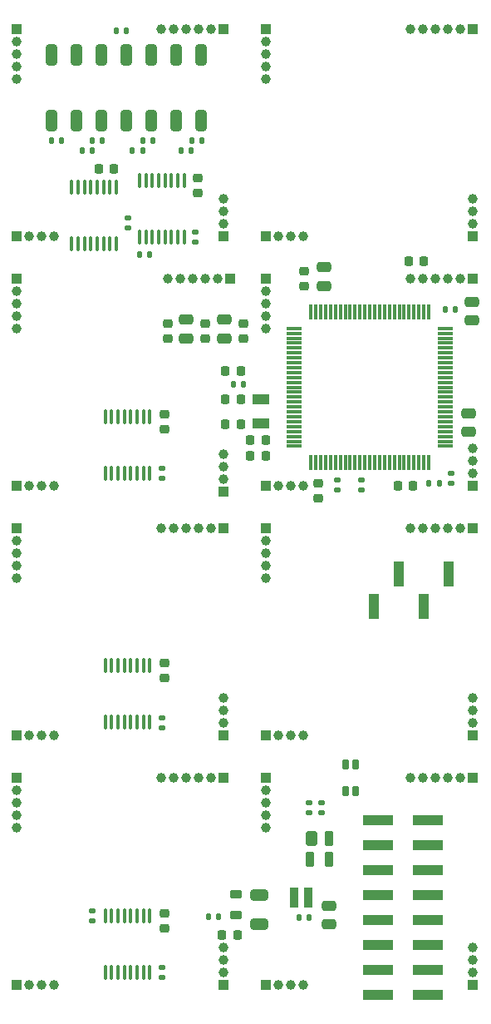
<source format=gbr>
%TF.GenerationSoftware,KiCad,Pcbnew,9.0.5-1.fc42*%
%TF.CreationDate,2025-11-30T23:17:13+01:00*%
%TF.ProjectId,Sub-Board,5375622d-426f-4617-9264-2e6b69636164,1*%
%TF.SameCoordinates,Original*%
%TF.FileFunction,Soldermask,Bot*%
%TF.FilePolarity,Negative*%
%FSLAX46Y46*%
G04 Gerber Fmt 4.6, Leading zero omitted, Abs format (unit mm)*
G04 Created by KiCad (PCBNEW 9.0.5-1.fc42) date 2025-11-30 23:17:13*
%MOMM*%
%LPD*%
G01*
G04 APERTURE LIST*
G04 Aperture macros list*
%AMRoundRect*
0 Rectangle with rounded corners*
0 $1 Rounding radius*
0 $2 $3 $4 $5 $6 $7 $8 $9 X,Y pos of 4 corners*
0 Add a 4 corners polygon primitive as box body*
4,1,4,$2,$3,$4,$5,$6,$7,$8,$9,$2,$3,0*
0 Add four circle primitives for the rounded corners*
1,1,$1+$1,$2,$3*
1,1,$1+$1,$4,$5*
1,1,$1+$1,$6,$7*
1,1,$1+$1,$8,$9*
0 Add four rect primitives between the rounded corners*
20,1,$1+$1,$2,$3,$4,$5,0*
20,1,$1+$1,$4,$5,$6,$7,0*
20,1,$1+$1,$6,$7,$8,$9,0*
20,1,$1+$1,$8,$9,$2,$3,0*%
G04 Aperture macros list end*
%ADD10C,0.010000*%
%ADD11R,1.000000X1.000000*%
%ADD12C,1.000000*%
%ADD13RoundRect,0.225000X0.225000X0.250000X-0.225000X0.250000X-0.225000X-0.250000X0.225000X-0.250000X0*%
%ADD14RoundRect,0.225000X-0.250000X0.225000X-0.250000X-0.225000X0.250000X-0.225000X0.250000X0.225000X0*%
%ADD15RoundRect,0.250000X0.475000X-0.250000X0.475000X0.250000X-0.475000X0.250000X-0.475000X-0.250000X0*%
%ADD16RoundRect,0.135000X0.135000X0.185000X-0.135000X0.185000X-0.135000X-0.185000X0.135000X-0.185000X0*%
%ADD17RoundRect,0.250000X-0.475000X0.250000X-0.475000X-0.250000X0.475000X-0.250000X0.475000X0.250000X0*%
%ADD18RoundRect,0.250000X-0.650000X0.325000X-0.650000X-0.325000X0.650000X-0.325000X0.650000X0.325000X0*%
%ADD19RoundRect,0.135000X-0.135000X-0.185000X0.135000X-0.185000X0.135000X0.185000X-0.135000X0.185000X0*%
%ADD20R,1.000000X2.510000*%
%ADD21RoundRect,0.100000X0.100000X-0.637500X0.100000X0.637500X-0.100000X0.637500X-0.100000X-0.637500X0*%
%ADD22RoundRect,0.120000X0.180000X-0.430000X0.180000X0.430000X-0.180000X0.430000X-0.180000X-0.430000X0*%
%ADD23RoundRect,0.218750X-0.381250X0.218750X-0.381250X-0.218750X0.381250X-0.218750X0.381250X0.218750X0*%
%ADD24RoundRect,0.075000X-0.725000X-0.075000X0.725000X-0.075000X0.725000X0.075000X-0.725000X0.075000X0*%
%ADD25RoundRect,0.075000X-0.075000X-0.725000X0.075000X-0.725000X0.075000X0.725000X-0.075000X0.725000X0*%
%ADD26RoundRect,0.218750X0.218750X0.256250X-0.218750X0.256250X-0.218750X-0.256250X0.218750X-0.256250X0*%
%ADD27RoundRect,0.135000X-0.185000X0.135000X-0.185000X-0.135000X0.185000X-0.135000X0.185000X0.135000X0*%
%ADD28RoundRect,0.135000X0.185000X-0.135000X0.185000X0.135000X-0.185000X0.135000X-0.185000X-0.135000X0*%
%ADD29RoundRect,0.225000X0.250000X-0.225000X0.250000X0.225000X-0.250000X0.225000X-0.250000X-0.225000X0*%
%ADD30R,1.800000X1.000000*%
%ADD31RoundRect,0.250000X-0.310000X0.830000X-0.310000X-0.830000X0.310000X-0.830000X0.310000X0.830000X0*%
%ADD32RoundRect,0.149250X-0.447750X0.572750X-0.447750X-0.572750X0.447750X-0.572750X0.447750X0.572750X0*%
%ADD33RoundRect,0.099250X-0.297750X0.622750X-0.297750X-0.622750X0.297750X-0.622750X0.297750X0.622750X0*%
%ADD34R,3.150000X1.000000*%
G04 APERTURE END LIST*
D10*
%TO.C,U1*%
X132385400Y-133775200D02*
X131625400Y-133775200D01*
X131625400Y-133355200D01*
X132385400Y-133355200D01*
X132385400Y-133775200D01*
G36*
X132385400Y-133775200D02*
G01*
X131625400Y-133775200D01*
X131625400Y-133355200D01*
X132385400Y-133355200D01*
X132385400Y-133775200D01*
G37*
X132385400Y-134275200D02*
X131625400Y-134275200D01*
X131625400Y-133855200D01*
X132385400Y-133855200D01*
X132385400Y-134275200D01*
G36*
X132385400Y-134275200D02*
G01*
X131625400Y-134275200D01*
X131625400Y-133855200D01*
X132385400Y-133855200D01*
X132385400Y-134275200D01*
G37*
X132385400Y-134775200D02*
X131625400Y-134775200D01*
X131625400Y-134355200D01*
X132385400Y-134355200D01*
X132385400Y-134775200D01*
G36*
X132385400Y-134775200D02*
G01*
X131625400Y-134775200D01*
X131625400Y-134355200D01*
X132385400Y-134355200D01*
X132385400Y-134775200D01*
G37*
X132385400Y-135275200D02*
X131625400Y-135275200D01*
X131625400Y-134855200D01*
X132385400Y-134855200D01*
X132385400Y-135275200D01*
G36*
X132385400Y-135275200D02*
G01*
X131625400Y-135275200D01*
X131625400Y-134855200D01*
X132385400Y-134855200D01*
X132385400Y-135275200D01*
G37*
X133855400Y-133775200D02*
X133095400Y-133775200D01*
X133095400Y-133355200D01*
X133855400Y-133355200D01*
X133855400Y-133775200D01*
G36*
X133855400Y-133775200D02*
G01*
X133095400Y-133775200D01*
X133095400Y-133355200D01*
X133855400Y-133355200D01*
X133855400Y-133775200D01*
G37*
X133855400Y-134275200D02*
X133095400Y-134275200D01*
X133095400Y-133855200D01*
X133855400Y-133855200D01*
X133855400Y-134275200D01*
G36*
X133855400Y-134275200D02*
G01*
X133095400Y-134275200D01*
X133095400Y-133855200D01*
X133855400Y-133855200D01*
X133855400Y-134275200D01*
G37*
X133855400Y-134775200D02*
X133095400Y-134775200D01*
X133095400Y-134355200D01*
X133855400Y-134355200D01*
X133855400Y-134775200D01*
G36*
X133855400Y-134775200D02*
G01*
X133095400Y-134775200D01*
X133095400Y-134355200D01*
X133855400Y-134355200D01*
X133855400Y-134775200D01*
G37*
X133855400Y-135275200D02*
X133095400Y-135275200D01*
X133095400Y-134855200D01*
X133855400Y-134855200D01*
X133855400Y-135275200D01*
G36*
X133855400Y-135275200D02*
G01*
X133095400Y-135275200D01*
X133095400Y-134855200D01*
X133855400Y-134855200D01*
X133855400Y-135275200D01*
G37*
%TD*%
D11*
%TO.C,J33*%
X150240000Y-122175000D03*
D12*
X148970000Y-122175000D03*
X147700000Y-122175000D03*
X146430000Y-122175000D03*
X145160000Y-122175000D03*
X143890000Y-122175000D03*
%TD*%
D11*
%TO.C,J31*%
X150240000Y-71375000D03*
D12*
X148970000Y-71375000D03*
X147700000Y-71375000D03*
X146430000Y-71375000D03*
X145160000Y-71375000D03*
X143890000Y-71375000D03*
%TD*%
D11*
%TO.C,J21*%
X103760000Y-122175000D03*
D12*
X103760000Y-123445000D03*
X103760000Y-124715000D03*
X103760000Y-125985000D03*
X103760000Y-127255000D03*
%TD*%
D11*
%TO.C,J4*%
X124840000Y-67055000D03*
D12*
X124840000Y-65785000D03*
X124840000Y-64515000D03*
X124840000Y-63245000D03*
%TD*%
D11*
%TO.C,J12*%
X150240000Y-67055000D03*
D12*
X150240000Y-65785000D03*
X150240000Y-64515000D03*
X150240000Y-63245000D03*
%TD*%
D11*
%TO.C,J25*%
X124840000Y-122175000D03*
D12*
X123570000Y-122175000D03*
X122300000Y-122175000D03*
X121030000Y-122175000D03*
X119760000Y-122175000D03*
X118490000Y-122175000D03*
%TD*%
D11*
%TO.C,J34*%
X129160000Y-143255000D03*
D12*
X130430000Y-143255000D03*
X131700000Y-143255000D03*
X132970000Y-143255000D03*
%TD*%
D11*
%TO.C,J3*%
X103760000Y-45975000D03*
D12*
X103760000Y-47245000D03*
X103760000Y-48515000D03*
X103760000Y-49785000D03*
X103760000Y-51055000D03*
%TD*%
D11*
%TO.C,J10*%
X103760000Y-117855000D03*
D12*
X105030000Y-117855000D03*
X106300000Y-117855000D03*
X107570000Y-117855000D03*
%TD*%
D11*
%TO.C,J29*%
X129160000Y-122175000D03*
D12*
X129160000Y-123445000D03*
X129160000Y-124715000D03*
X129160000Y-125985000D03*
X129160000Y-127255000D03*
%TD*%
D11*
%TO.C,J22*%
X124840000Y-143255000D03*
D12*
X124840000Y-141985000D03*
X124840000Y-140715000D03*
X124840000Y-139445000D03*
%TD*%
D11*
%TO.C,J17*%
X150240000Y-96775000D03*
D12*
X148970000Y-96775000D03*
X147700000Y-96775000D03*
X146430000Y-96775000D03*
X145160000Y-96775000D03*
X143890000Y-96775000D03*
%TD*%
D11*
%TO.C,J18*%
X129160000Y-117855000D03*
D12*
X130430000Y-117855000D03*
X131700000Y-117855000D03*
X132970000Y-117855000D03*
%TD*%
D11*
%TO.C,J30*%
X150240000Y-143255000D03*
D12*
X150240000Y-141985000D03*
X150240000Y-140715000D03*
X150240000Y-139445000D03*
%TD*%
D11*
%TO.C,J28*%
X150240000Y-92455000D03*
D12*
X150240000Y-91185000D03*
X150240000Y-89915000D03*
X150240000Y-88645000D03*
%TD*%
D11*
%TO.C,J19*%
X103760000Y-71375000D03*
D12*
X103760000Y-72645000D03*
X103760000Y-73915000D03*
X103760000Y-75185000D03*
X103760000Y-76455000D03*
%TD*%
D11*
%TO.C,J5*%
X103760000Y-96775000D03*
D12*
X103760000Y-98045000D03*
X103760000Y-99315000D03*
X103760000Y-100585000D03*
X103760000Y-101855000D03*
%TD*%
D11*
%TO.C,J26*%
X103760000Y-143255000D03*
D12*
X105030000Y-143255000D03*
X106300000Y-143255000D03*
X107570000Y-143255000D03*
%TD*%
D11*
%TO.C,J23*%
X125490000Y-71375000D03*
D12*
X124220000Y-71375000D03*
X122950000Y-71375000D03*
X121680000Y-71375000D03*
X120410000Y-71375000D03*
X119140000Y-71375000D03*
%TD*%
D11*
%TO.C,J14*%
X150240000Y-117855000D03*
D12*
X150240000Y-116585000D03*
X150240000Y-115315000D03*
X150240000Y-114045000D03*
%TD*%
D11*
%TO.C,J15*%
X150240000Y-45975000D03*
D12*
X148970000Y-45975000D03*
X147700000Y-45975000D03*
X146430000Y-45975000D03*
X145160000Y-45975000D03*
X143890000Y-45975000D03*
%TD*%
D11*
%TO.C,J32*%
X129160000Y-92455000D03*
D12*
X130430000Y-92455000D03*
X131700000Y-92455000D03*
X132970000Y-92455000D03*
%TD*%
D11*
%TO.C,J9*%
X124840000Y-96775000D03*
D12*
X123570000Y-96775000D03*
X122300000Y-96775000D03*
X121030000Y-96775000D03*
X119760000Y-96775000D03*
X118490000Y-96775000D03*
%TD*%
D11*
%TO.C,J6*%
X124840000Y-117855000D03*
D12*
X124840000Y-116585000D03*
X124840000Y-115315000D03*
X124840000Y-114045000D03*
%TD*%
D11*
%TO.C,J13*%
X129160000Y-96775000D03*
D12*
X129160000Y-98045000D03*
X129160000Y-99315000D03*
X129160000Y-100585000D03*
X129160000Y-101855000D03*
%TD*%
D11*
%TO.C,J11*%
X129160000Y-45975000D03*
D12*
X129160000Y-47245000D03*
X129160000Y-48515000D03*
X129160000Y-49785000D03*
X129160000Y-51055000D03*
%TD*%
D11*
%TO.C,J8*%
X103760000Y-67055000D03*
D12*
X105030000Y-67055000D03*
X106300000Y-67055000D03*
X107570000Y-67055000D03*
%TD*%
D11*
%TO.C,J24*%
X103760000Y-92455000D03*
D12*
X105030000Y-92455000D03*
X106300000Y-92455000D03*
X107570000Y-92455000D03*
%TD*%
D11*
%TO.C,J7*%
X124840000Y-45975000D03*
D12*
X123570000Y-45975000D03*
X122300000Y-45975000D03*
X121030000Y-45975000D03*
X119760000Y-45975000D03*
X118490000Y-45975000D03*
%TD*%
D11*
%TO.C,J27*%
X129160000Y-71375000D03*
D12*
X129160000Y-72645000D03*
X129160000Y-73915000D03*
X129160000Y-75185000D03*
X129160000Y-76455000D03*
%TD*%
D11*
%TO.C,J20*%
X124840000Y-93105000D03*
D12*
X124840000Y-91835000D03*
X124840000Y-90565000D03*
X124840000Y-89295000D03*
%TD*%
D11*
%TO.C,J16*%
X129160000Y-67055000D03*
D12*
X130430000Y-67055000D03*
X131700000Y-67055000D03*
X132970000Y-67055000D03*
%TD*%
D13*
%TO.C,C11*%
X129121400Y-87818600D03*
X127571400Y-87818600D03*
%TD*%
D14*
%TO.C,C6*%
X118872000Y-110477000D03*
X118872000Y-112027000D03*
%TD*%
D15*
%TO.C,C8*%
X124968000Y-77470000D03*
X124968000Y-75570000D03*
%TD*%
D16*
%TO.C,R21*%
X148467000Y-74549000D03*
X147447000Y-74549000D03*
%TD*%
%TO.C,R3*%
X133606000Y-136448800D03*
X132586000Y-136448800D03*
%TD*%
D17*
%TO.C,C23*%
X149860000Y-85095000D03*
X149860000Y-86995000D03*
%TD*%
D18*
%TO.C,C2*%
X128524000Y-134157400D03*
X128524000Y-137107400D03*
%TD*%
D13*
%TO.C,C15*%
X129121400Y-89469600D03*
X127571400Y-89469600D03*
%TD*%
D19*
%TO.C,R13*%
X116269400Y-68908099D03*
X117289400Y-68908099D03*
%TD*%
D20*
%TO.C,J2*%
X147828000Y-101447600D03*
X145288000Y-104757600D03*
X142748000Y-101447600D03*
X140208000Y-104757600D03*
%TD*%
D17*
%TO.C,C1*%
X135585200Y-135194000D03*
X135585200Y-137094000D03*
%TD*%
D21*
%TO.C,U7*%
X117348000Y-141996000D03*
X116698000Y-141996000D03*
X116048000Y-141996000D03*
X115398000Y-141996000D03*
X114748000Y-141996000D03*
X114098000Y-141996000D03*
X113448000Y-141996000D03*
X112798000Y-141996000D03*
X112798000Y-136271000D03*
X113448000Y-136271000D03*
X114098000Y-136271000D03*
X114748000Y-136271000D03*
X115398000Y-136271000D03*
X116048000Y-136271000D03*
X116698000Y-136271000D03*
X117348000Y-136271000D03*
%TD*%
D22*
%TO.C,L1*%
X138295000Y-123524000D03*
X138295000Y-120824000D03*
X137295000Y-120824000D03*
X137295000Y-123524000D03*
%TD*%
D23*
%TO.C,L2*%
X126111000Y-134061900D03*
X126111000Y-136186900D03*
%TD*%
D14*
%TO.C,C22*%
X133096000Y-70631000D03*
X133096000Y-72181000D03*
%TD*%
D24*
%TO.C,U3*%
X132075800Y-88448400D03*
X132075800Y-87948400D03*
X132075800Y-87448399D03*
X132075800Y-86948400D03*
X132075800Y-86448401D03*
X132075800Y-85948400D03*
X132075800Y-85448400D03*
X132075800Y-84948399D03*
X132075800Y-84448400D03*
X132075800Y-83948400D03*
X132075800Y-83448400D03*
X132075800Y-82948400D03*
X132075799Y-82448400D03*
X132075800Y-81948400D03*
X132075800Y-81448400D03*
X132075800Y-80948400D03*
X132075800Y-80448400D03*
X132075800Y-79948401D03*
X132075800Y-79448400D03*
X132075800Y-78948400D03*
X132075800Y-78448399D03*
X132075800Y-77948400D03*
X132075800Y-77448401D03*
X132075800Y-76948400D03*
X132075800Y-76448400D03*
D25*
X133750800Y-74773400D03*
X134250800Y-74773400D03*
X134750801Y-74773400D03*
X135250800Y-74773400D03*
X135750799Y-74773400D03*
X136250800Y-74773400D03*
X136750800Y-74773400D03*
X137250801Y-74773400D03*
X137750800Y-74773400D03*
X138250800Y-74773400D03*
X138750800Y-74773400D03*
X139250800Y-74773400D03*
X139750800Y-74773399D03*
X140250800Y-74773400D03*
X140750800Y-74773400D03*
X141250800Y-74773400D03*
X141750800Y-74773400D03*
X142250799Y-74773400D03*
X142750800Y-74773400D03*
X143250800Y-74773400D03*
X143750801Y-74773400D03*
X144250800Y-74773400D03*
X144750799Y-74773400D03*
X145250800Y-74773400D03*
X145750800Y-74773400D03*
D24*
X147425800Y-76448400D03*
X147425800Y-76948400D03*
X147425800Y-77448401D03*
X147425800Y-77948400D03*
X147425800Y-78448399D03*
X147425800Y-78948400D03*
X147425800Y-79448400D03*
X147425800Y-79948401D03*
X147425800Y-80448400D03*
X147425800Y-80948400D03*
X147425800Y-81448400D03*
X147425800Y-81948400D03*
X147425801Y-82448400D03*
X147425800Y-82948400D03*
X147425800Y-83448400D03*
X147425800Y-83948400D03*
X147425800Y-84448400D03*
X147425800Y-84948399D03*
X147425800Y-85448400D03*
X147425800Y-85948400D03*
X147425800Y-86448401D03*
X147425800Y-86948400D03*
X147425800Y-87448399D03*
X147425800Y-87948400D03*
X147425800Y-88448400D03*
D25*
X145750800Y-90123400D03*
X145250800Y-90123400D03*
X144750799Y-90123400D03*
X144250800Y-90123400D03*
X143750801Y-90123400D03*
X143250800Y-90123400D03*
X142750800Y-90123400D03*
X142250799Y-90123400D03*
X141750800Y-90123400D03*
X141250800Y-90123400D03*
X140750800Y-90123400D03*
X140250800Y-90123400D03*
X139750800Y-90123401D03*
X139250800Y-90123400D03*
X138750800Y-90123400D03*
X138250800Y-90123400D03*
X137750800Y-90123400D03*
X137250801Y-90123400D03*
X136750800Y-90123400D03*
X136250800Y-90123400D03*
X135750799Y-90123400D03*
X135250800Y-90123400D03*
X134750801Y-90123400D03*
X134250800Y-90123400D03*
X133750800Y-90123400D03*
%TD*%
D16*
%TO.C,R8*%
X117629400Y-57302400D03*
X116609400Y-57302400D03*
%TD*%
D26*
%TO.C,FB1*%
X126263500Y-138172400D03*
X124688500Y-138172400D03*
%TD*%
D14*
%TO.C,C3*%
X122240400Y-61150099D03*
X122240400Y-62700099D03*
%TD*%
D27*
%TO.C,R15*%
X115112800Y-65225200D03*
X115112800Y-66245200D03*
%TD*%
D14*
%TO.C,C18*%
X134493000Y-92189000D03*
X134493000Y-93739000D03*
%TD*%
D27*
%TO.C,R16*%
X148031200Y-91236800D03*
X148031200Y-92256800D03*
%TD*%
D28*
%TO.C,R2*%
X133604000Y-125782800D03*
X133604000Y-124762800D03*
%TD*%
D14*
%TO.C,C5*%
X118872000Y-85204000D03*
X118872000Y-86754000D03*
%TD*%
D16*
%TO.C,R10*%
X112498600Y-57302400D03*
X111478600Y-57302400D03*
%TD*%
D17*
%TO.C,C7*%
X135128000Y-70236000D03*
X135128000Y-72136000D03*
%TD*%
D28*
%TO.C,R20*%
X138877800Y-92934400D03*
X138877800Y-91914400D03*
%TD*%
D13*
%TO.C,C12*%
X145250200Y-69596000D03*
X143700200Y-69596000D03*
%TD*%
D28*
%TO.C,R1*%
X134825200Y-125782800D03*
X134825200Y-124762800D03*
%TD*%
D29*
%TO.C,C10*%
X122968000Y-77515000D03*
X122968000Y-75965000D03*
%TD*%
D27*
%TO.C,R14*%
X121961000Y-66672899D03*
X121961000Y-67692899D03*
%TD*%
D29*
%TO.C,C9*%
X126873000Y-77515000D03*
X126873000Y-75965000D03*
%TD*%
D13*
%TO.C,C4*%
X113663600Y-60233400D03*
X112113600Y-60233400D03*
%TD*%
D21*
%TO.C,U2*%
X120832400Y-67157600D03*
X120182400Y-67157600D03*
X119532400Y-67157600D03*
X118882400Y-67157600D03*
X118232400Y-67157600D03*
X117582400Y-67157600D03*
X116932400Y-67157600D03*
X116282400Y-67157600D03*
X116282400Y-61432600D03*
X116932400Y-61432600D03*
X117582400Y-61432600D03*
X118232400Y-61432600D03*
X118882400Y-61432600D03*
X119532400Y-61432600D03*
X120182400Y-61432600D03*
X120832400Y-61432600D03*
%TD*%
D19*
%TO.C,R23*%
X125851400Y-82169000D03*
X126871400Y-82169000D03*
%TD*%
D13*
%TO.C,C21*%
X126586400Y-86187600D03*
X125036400Y-86187600D03*
%TD*%
D19*
%TO.C,R7*%
X120548400Y-58394600D03*
X121568400Y-58394600D03*
%TD*%
D30*
%TO.C,Y1*%
X128676400Y-83667600D03*
X128676400Y-86167600D03*
%TD*%
D27*
%TO.C,R18*%
X118618000Y-90676000D03*
X118618000Y-91696000D03*
%TD*%
D29*
%TO.C,C16*%
X119158000Y-77515000D03*
X119158000Y-75965000D03*
%TD*%
D13*
%TO.C,C19*%
X144171000Y-92456000D03*
X142621000Y-92456000D03*
%TD*%
D21*
%TO.C,U4*%
X113919000Y-67828000D03*
X113269000Y-67828000D03*
X112619000Y-67828000D03*
X111969000Y-67828000D03*
X111319000Y-67828000D03*
X110669000Y-67828000D03*
X110019000Y-67828000D03*
X109369000Y-67828000D03*
X109369000Y-62103000D03*
X110019000Y-62103000D03*
X110669000Y-62103000D03*
X111319000Y-62103000D03*
X111969000Y-62103000D03*
X112619000Y-62103000D03*
X113269000Y-62103000D03*
X113919000Y-62103000D03*
%TD*%
D13*
%TO.C,C14*%
X126586400Y-80797400D03*
X125036400Y-80797400D03*
%TD*%
D19*
%TO.C,R17*%
X145796000Y-92202000D03*
X146816000Y-92202000D03*
%TD*%
D21*
%TO.C,U6*%
X117337000Y-116527500D03*
X116687000Y-116527500D03*
X116037000Y-116527500D03*
X115387000Y-116527500D03*
X114737000Y-116527500D03*
X114087000Y-116527500D03*
X113437000Y-116527500D03*
X112787000Y-116527500D03*
X112787000Y-110802500D03*
X113437000Y-110802500D03*
X114087000Y-110802500D03*
X114737000Y-110802500D03*
X115387000Y-110802500D03*
X116037000Y-110802500D03*
X116687000Y-110802500D03*
X117337000Y-110802500D03*
%TD*%
D15*
%TO.C,C13*%
X121063000Y-77470000D03*
X121063000Y-75570000D03*
%TD*%
D14*
%TO.C,C17*%
X118872000Y-136004000D03*
X118872000Y-137554000D03*
%TD*%
D21*
%TO.C,U5*%
X117337000Y-91194001D03*
X116687000Y-91194001D03*
X116037000Y-91194001D03*
X115387000Y-91194001D03*
X114737000Y-91194001D03*
X114087000Y-91194001D03*
X113437000Y-91194001D03*
X112787000Y-91194001D03*
X112787000Y-85469001D03*
X113437000Y-85469001D03*
X114087000Y-85469001D03*
X114737000Y-85469001D03*
X115387000Y-85469001D03*
X116037000Y-85469001D03*
X116687000Y-85469001D03*
X117337000Y-85469001D03*
%TD*%
D31*
%TO.C,SW1*%
X107315000Y-48578000D03*
X109855000Y-48578000D03*
X112395000Y-48578000D03*
X114935000Y-48578000D03*
X117475000Y-48578000D03*
X120015000Y-48578000D03*
X122555000Y-48578000D03*
X122555000Y-55308000D03*
X120015000Y-55308000D03*
X117475000Y-55308000D03*
X114935000Y-55308000D03*
X112395000Y-55308000D03*
X109855000Y-55308000D03*
X107315000Y-55308000D03*
%TD*%
D16*
%TO.C,R4*%
X124360400Y-136369000D03*
X123340400Y-136369000D03*
%TD*%
D27*
%TO.C,R22*%
X118618000Y-141478000D03*
X118618000Y-142497998D03*
%TD*%
%TO.C,R25*%
X111506000Y-135763000D03*
X111506000Y-136783000D03*
%TD*%
D17*
%TO.C,C20*%
X150182085Y-73728000D03*
X150182085Y-75628000D03*
%TD*%
D16*
%TO.C,R6*%
X122607800Y-57302400D03*
X121587800Y-57302400D03*
%TD*%
D32*
%TO.C,D1*%
X133860000Y-128354400D03*
D33*
X135580000Y-128354400D03*
X135580000Y-130464400D03*
X133660000Y-130464400D03*
%TD*%
D19*
%TO.C,R12*%
X107313000Y-57302400D03*
X108333000Y-57302400D03*
%TD*%
%TO.C,R5*%
X113891600Y-46177200D03*
X114911600Y-46177200D03*
%TD*%
D28*
%TO.C,R24*%
X136464800Y-92934400D03*
X136464800Y-91914400D03*
%TD*%
D34*
%TO.C,J1*%
X140604000Y-144272000D03*
X145654000Y-144272000D03*
X140604000Y-141732000D03*
X145654000Y-141732000D03*
X140604000Y-139192000D03*
X145654000Y-139192000D03*
X140604000Y-136652000D03*
X145654000Y-136652000D03*
X140604000Y-134112000D03*
X145654000Y-134112000D03*
X140604000Y-131572000D03*
X145654000Y-131572000D03*
X140604000Y-129032000D03*
X145654000Y-129032000D03*
X140604000Y-126492000D03*
X145654000Y-126492000D03*
%TD*%
D27*
%TO.C,R19*%
X118618000Y-116076000D03*
X118618000Y-117096000D03*
%TD*%
D13*
%TO.C,C24*%
X126586400Y-83647600D03*
X125036400Y-83647600D03*
%TD*%
D19*
%TO.C,R9*%
X115570000Y-58394600D03*
X116590000Y-58394600D03*
%TD*%
%TO.C,R11*%
X110439200Y-58394600D03*
X111459200Y-58394600D03*
%TD*%
M02*

</source>
